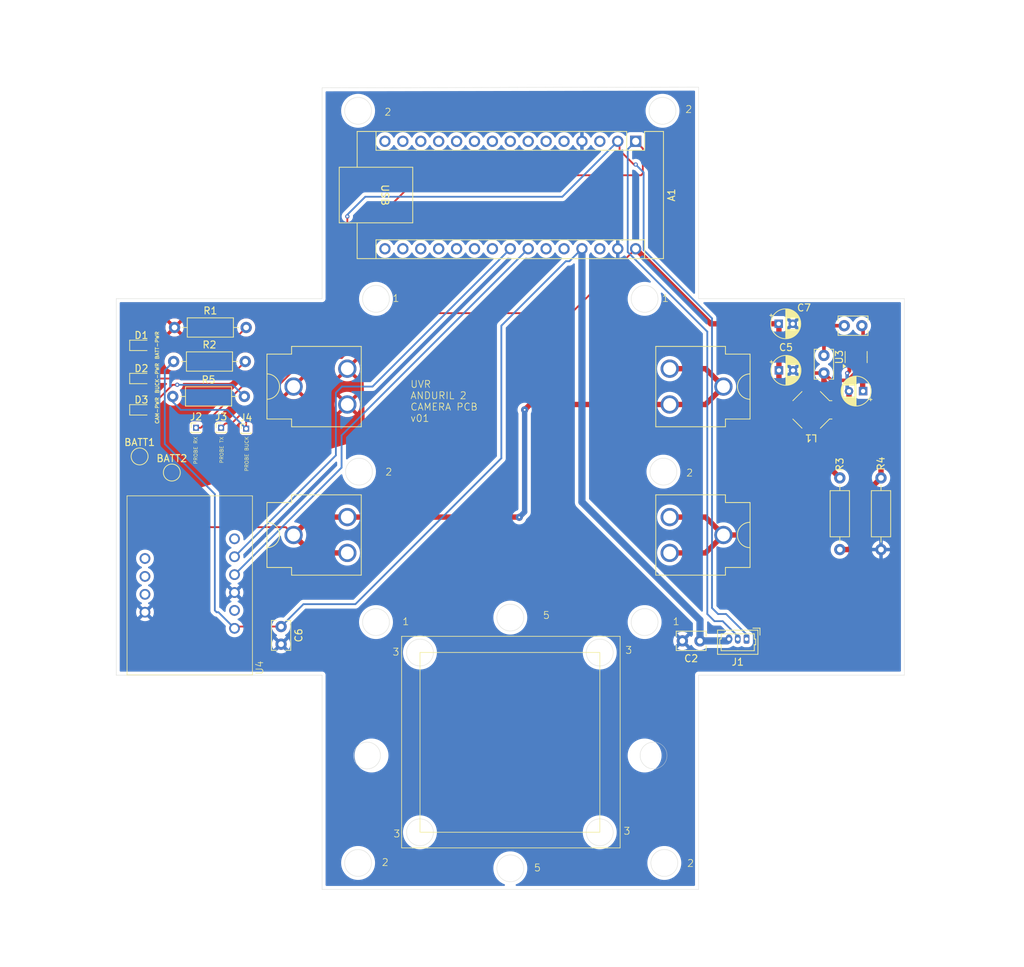
<source format=kicad_pcb>
(kicad_pcb (version 20240108) (generator "pcbnew") (generator_version "8.0")
  (layers (0 "F.Cu" signal) (31 "B.Cu" signal) (34 "B.Paste" user) (35 "F.Paste" user) (36 "B.SilkS" user "B.Silkscreen") (37 "F.SilkS" user "F.Silkscreen") (38 "B.Mask" user) (39 "F.Mask" user) (44 "Edge.Cuts" user))
  (net 0 "")
  (net 4 "GND")
  (net 8 "/A4")
  (net 14 "Net-(A1-D0{slash}RX)")
  (net 16 "/A5")
  (net 19 "Net-(A1-D1{slash}TX)")
  (net 26 "/+5V")
  (net 29 "/5V")
  (net 30 "/V-BATT+")
  (net 31 "Net-(U2--)")
  (net 32 "Net-(U3-BST)")
  (net 33 "Net-(U3-SW)")
  (net 34 "Net-(U3-FB)")
  (net 35 "Net-(U1--)")
  (net 40 "Net-(D1-K)")
  (net 41 "Net-(D1-A)")
  (net 42 "Net-(D2-K)")
  (net 43 "Net-(D2-A)")
  (net 44 "Net-(D3-K)")
  (net 45 "Net-(D3-A)")
  (footprint "Capacitor_THT:CP_Radial_D4.0mm_P2.00mm" (layer "F.Cu") (at 177.8 85.074)
    (property "Reference" "C5" (at 1 -3.25 0) (layer "F.SilkS"))
    (property "Value" "22uF")
    (pad "1" thru_hole rect (at 0 0) (size 1.2 1.2) (drill 0.6) (layers "*.Cu" "*.Mask") (net 29 "/5V"))
    (pad "2" thru_hole circle (at 2 0) (size 1.2 1.2) (drill 0.6) (layers "*.Cu" "*.Mask") (net 4 "GND"))
  )
  (footprint "LED_SMD:LED_0603_1608Metric_Pad1.05x0.95mm_HandSolder" (layer "F.Cu") (at 87.376 81.534)
    (property "Reference" "D1" (at 0 -1.43 0) (layer "F.SilkS"))
    (property "Value" "LED")
    (pad "1" smd roundrect (at -0.875 0) (size 1.05 0.95) (layers "F.Cu" "F.Paste" "F.Mask") (net 40 "Net-(D1-K)"))
    (pad "2" smd roundrect (at 0.875 0) (size 1.05 0.95) (layers "F.Cu" "F.Paste" "F.Mask") (net 41 "Net-(D1-A)"))
  )
  (footprint "CUSTOM_footprints:ADX375L" (layer "F.Cu") (at 94.234 115.57 90)
    (property "Reference" "U4" (at -11.684 9.906 90) (layer "F.SilkS") (effects (font (thickness 0.1))))
    (property "Value" "~")
    (pad "1" thru_hole circle (at -3.81 -6.35 90) (size 1.524 1.524) (drill 1.016) (layers "*.Cu" "F.Mask") (net 4 "GND"))
    (pad "2" thru_hole circle (at -1.27 -6.35 90) (size 1.524 1.524) (drill 1.016) (layers "*.Cu" "*.Mask"))
    (pad "3" thru_hole circle (at 1.27 -6.35 90) (size 1.524 1.524) (drill 1.016) (layers "*.Cu" "*.Mask"))
    (pad "4" thru_hole circle (at 3.81 -6.35 90) (size 1.524 1.524) (drill 1.016) (layers "*.Cu" "*.Mask"))
    (pad "5" thru_hole circle (at -6.096 6.35 90) (size 1.524 1.524) (drill 1.016) (layers "*.Cu" "F.Mask") (net 26 "/+5V"))
    (pad "6" thru_hole circle (at -1.016 6.35 90) (size 1.524 1.524) (drill 1.016) (layers "*.Cu" "*.Mask") (net 4 "GND"))
    (pad "7" thru_hole circle (at 1.524 6.35 90) (size 1.524 1.524) (drill 1.016) (layers "*.Cu" "*.Mask") (net 16 "/A5"))
    (pad "8" thru_hole circle (at 4.064 6.35 90) (size 1.524 1.524) (drill 1.016) (layers "*.Cu" "*.Mask") (net 8 "/A4"))
    (pad "9" thru_hole circle (at 6.604 6.35 90) (size 1.524 1.524) (drill 1.016) (layers "*.Cu" "*.Mask"))
    (pad "10" thru_hole circle (at -3.556 6.35 90) (size 1.524 1.524) (drill 1.016) (layers "*.Cu" "F.Mask"))
  )
  (footprint "LED_SMD:LED_0603_1608Metric_Pad1.05x0.95mm_HandSolder" (layer "F.Cu") (at 87.376 90.678)
    (property "Reference" "D3" (at 0 -1.43 0) (layer "F.SilkS"))
    (property "Value" "LED")
    (pad "1" smd roundrect (at -0.875 0) (size 1.05 0.95) (layers "F.Cu" "F.Paste" "F.Mask") (net 44 "Net-(D3-K)"))
    (pad "2" smd roundrect (at 0.875 0) (size 1.05 0.95) (layers "F.Cu" "F.Paste" "F.Mask") (net 45 "Net-(D3-A)"))
  )
  (footprint "Connector_PinHeader_1.00mm:PinHeader_1x01_P1.00mm_Vertical" (layer "F.Cu") (at 102.235 93.345)
    (property "Reference" "J4" (at 0 -1.56 0) (layer "F.SilkS"))
    (property "Value" "Conn_01x01_Pin")
    (pad "1" thru_hole rect (at 0 0) (size 0.85 0.85) (drill 0.5) (layers "*.Cu" "*.Mask") (net 29 "/5V"))
  )
  (footprint "Resistor_THT:R_Axial_DIN0207_L6.3mm_D2.5mm_P10.16mm_Horizontal" (layer "F.Cu") (at 91.948 83.82)
    (property "Reference" "R2" (at 5.08 -2.37 0) (layer "F.SilkS"))
    (property "Value" "10k")
    (pad "1" thru_hole circle (at 0 0) (size 1.6 1.6) (drill 0.8) (layers "*.Cu" "*.Mask") (net 26 "/+5V"))
    (pad "2" thru_hole oval (at 10.16 0) (size 1.6 1.6) (drill 0.8) (layers "*.Cu" "*.Mask") (net 43 "Net-(D2-A)"))
  )
  (footprint "Capacitor_THT:C_Rect_L4.0mm_W2.5mm_P2.50mm" (layer "F.Cu") (at 166.604 123.444 180)
    (property "Reference" "C2" (at 1.25 -2.5 180) (layer "F.SilkS"))
    (property "Value" "100nF")
    (pad "1" thru_hole circle (at 0 0 180) (size 1.6 1.6) (drill 0.8) (layers "*.Cu" "*.Mask") (net 26 "/+5V"))
    (pad "2" thru_hole circle (at 2.5 0 180) (size 1.6 1.6) (drill 0.8) (layers "*.Cu" "*.Mask") (net 4 "GND"))
  )
  (footprint "Resistor_THT:R_Axial_DIN0207_L6.3mm_D2.5mm_P10.16mm_Horizontal" (layer "F.Cu") (at 186.436 100.33 -90)
    (property "Reference" "R3" (at -1.905 0 90) (layer "F.SilkS"))
    (property "Value" "52k")
    (pad "1" thru_hole circle (at 0 0 270) (size 1.6 1.6) (drill 0.8) (layers "*.Cu" "*.Mask") (net 29 "/5V"))
    (pad "2" thru_hole oval (at 10.16 0 270) (size 1.6 1.6) (drill 0.8) (layers "*.Cu" "*.Mask") (net 34 "Net-(U3-FB)"))
  )
  (footprint "Module:Arduino_Nano" (layer "F.Cu") (at 157.48 52.588 -90)
    (property "Reference" "A1" (at 7.62 -5.08 90) (layer "F.SilkS"))
    (property "Value" "Arduino_Nano_v2.x")
    (fp_text user "USB" (at 7.62 35.56 -90) (layer "F.SilkS"))
    (pad "1" thru_hole rect (at 0 0 270) (size 1.6 1.6) (drill 1) (layers "*.Cu" "*.Mask") (net 19 "Net-(A1-D1{slash}TX)"))
    (pad "2" thru_hole oval (at 0 2.54 270) (size 1.6 1.6) (drill 1) (layers "*.Cu" "*.Mask") (net 14 "Net-(A1-D0{slash}RX)"))
    (pad "3" thru_hole oval (at 0 5.08 270) (size 1.6 1.6) (drill 1) (layers "*.Cu" "*.Mask"))
    (pad "4" thru_hole oval (at 0 7.62 270) (size 1.6 1.6) (drill 1) (layers "*.Cu" "*.Mask") (net 4 "GND"))
    (pad "5" thru_hole oval (at 0 10.16 270) (size 1.6 1.6) (drill 1) (layers "*.Cu" "*.Mask"))
    (pad "6" thru_hole oval (at 0 12.7 270) (size 1.6 1.6) (drill 1) (layers "*.Cu" "*.Mask"))
    (pad "7" thru_hole oval (at 0 15.24 270) (size 1.6 1.6) (drill 1) (layers "*.Cu" "*.Mask"))
    (pad "8" thru_hole oval (at 0 17.78 270) (size 1.6 1.6) (drill 1) (layers "*.Cu" "*.Mask"))
    (pad "9" thru_hole oval (at 0 20.32 270) (size 1.6 1.6) (drill 1) (layers "*.Cu" "*.Mask"))
    (pad "10" thru_hole oval (at 0 22.86 270) (size 1.6 1.6) (drill 1) (layers "*.Cu" "*.Mask"))
    (pad "11" thru_hole oval (at 0 25.4 270) (size 1.6 1.6) (drill 1) (layers "*.Cu" "*.Mask"))
    (pad "12" thru_hole oval (at 0 27.94 270) (size 1.6 1.6) (drill 1) (layers "*.Cu" "*.Mask"))
    (pad "13" thru_hole oval (at 0 30.48 270) (size 1.6 1.6) (drill 1) (layers "*.Cu" "*.Mask"))
    (pad "14" thru_hole oval (at 0 33.02 270) (size 1.6 1.6) (drill 1) (layers "*.Cu" "*.Mask"))
    (pad "15" thru_hole oval (at 0 35.56 270) (size 1.6 1.6) (drill 1) (layers "*.Cu" "*.Mask"))
    (pad "16" thru_hole oval (at 15.24 35.56 270) (size 1.6 1.6) (drill 1) (layers "*.Cu" "*.Mask"))
    (pad "17" thru_hole oval (at 15.24 33.02 270) (size 1.6 1.6) (drill 1) (layers "*.Cu" "*.Mask"))
    (pad "18" thru_hole oval (at 15.24 30.48 270) (size 1.6 1.6) (drill 1) (layers "*.Cu" "*.Mask"))
    (pad "19" thru_hole oval (at 15.24 27.94 270) (size 1.6 1.6) (drill 1) (layers "*.Cu" "*.Mask"))
    (pad "20" thru_hole oval (at 15.24 25.4 270) (size 1.6 1.6) (drill 1) (layers "*.Cu" "*.Mask"))
    (pad "21" thru_hole oval (at 15.24 22.86 270) (size 1.6 1.6) (drill 1) (layers "*.Cu" "*.Mask"))
    (pad "22" thru_hole oval (at 15.24 20.32 270) (size 1.6 1.6) (drill 1) (layers "*.Cu" "*.Mask"))
    (pad "23" thru_hole oval (at 15.24 17.78 270) (size 1.6 1.6) (drill 1) (layers "*.Cu" "*.Mask") (net 8 "/A4"))
    (pad "24" thru_hole oval (at 15.24 15.24 270) (size 1.6 1.6) (drill 1) (layers "*.Cu" "*.Mask") (net 16 "/A5"))
    (pad "25" thru_hole oval (at 15.24 12.7 270) (size 1.6 1.6) (drill 1) (layers "*.Cu" "*.Mask"))
    (pad "26" thru_hole oval (at 15.24 10.16 270) (size 1.6 1.6) (drill 1) (layers "*.Cu" "*.Mask"))
    (pad "27" thru_hole oval (at 15.24 7.62 270) (size 1.6 1.6) (drill 1) (layers "*.Cu" "*.Mask") (net 26 "/+5V"))
    (pad "28" thru_hole oval (at 15.24 5.08 270) (size 1.6 1.6) (drill 1) (layers "*.Cu" "*.Mask"))
    (pad "29" thru_hole oval (at 15.24 2.54 270) (size 1.6 1.6) (drill 1) (layers "*.Cu" "*.Mask") (net 4 "GND"))
    (pad "30" thru_hole oval (at 15.24 0 270) (size 1.6 1.6) (drill 1) (layers "*.Cu" "*.Mask") (net 29 "/5V"))
  )
  (footprint "Connector_Molex:Molex_PicoBlade_53047-0310_1x03_P1.25mm_Vertical" (layer "F.Cu") (at 173.208 123.19 180)
    (property "Reference" "J1" (at 1.25 -3.25 180) (layer "F.SilkS"))
    (property "Value" "Conn_01x03_Pin")
    (pad "1" thru_hole roundrect (at 0 0 180) (size 0.8 1.3) (drill 0.5) (layers "*.Cu" "*.Mask") (net 14 "Net-(A1-D0{slash}RX)"))
    (pad "2" thru_hole oval (at 1.25 0 180) (size 0.8 1.3) (drill 0.5) (layers "*.Cu" "*.Mask") (net 19 "Net-(A1-D1{slash}TX)"))
    (pad "3" thru_hole oval (at 2.5 0 180) (size 0.8 1.3) (drill 0.5) (layers "*.Cu" "*.Mask") (net 26 "/+5V"))
  )
  (footprint "Resistor_THT:R_Axial_DIN0207_L6.3mm_D2.5mm_P10.16mm_Horizontal" (layer "F.Cu") (at 192.278 100.33 -90)
    (property "Reference" "R4" (at -2.032 0 90) (layer "F.SilkS"))
    (property "Value" "10k")
    (pad "1" thru_hole circle (at 0 0 270) (size 1.6 1.6) (drill 0.8) (layers "*.Cu" "*.Mask") (net 34 "Net-(U3-FB)"))
    (pad "2" thru_hole oval (at 10.16 0 270) (size 1.6 1.6) (drill 0.8) (layers "*.Cu" "*.Mask") (net 4 "GND"))
  )
  (footprint "TestPoint:TestPoint_Pad_D2.0mm" (layer "F.Cu") (at 87.122 97.282)
    (property "Reference" "BATT1" (at 0 -1.998 0) (layer "F.SilkS"))
    (property "Value" "TestPoint" (hide yes))
    (pad "1" smd circle (at 0 0) (size 2 2) (layers "F.Cu" "F.Mask") (net 35 "Net-(U1--)"))
  )
  (footprint "Resistor_THT:R_Axial_DIN0207_L6.3mm_D2.5mm_P10.16mm_Horizontal" (layer "F.Cu") (at 92.075 78.994)
    (property "Reference" "R1" (at 5.08 -2.37 0) (layer "F.SilkS"))
    (property "Value" "10k")
    (pad "1" thru_hole circle (at 0 0) (size 1.6 1.6) (drill 0.8) (layers "*.Cu" "*.Mask") (net 30 "/V-BATT+"))
    (pad "2" thru_hole oval (at 10.16 0) (size 1.6 1.6) (drill 0.8) (layers "*.Cu" "*.Mask") (net 41 "Net-(D1-A)"))
  )
  (footprint "Resistor_THT:R_Axial_DIN0207_L6.3mm_D2.5mm_P10.16mm_Horizontal" (layer "F.Cu") (at 91.821 88.773)
    (property "Reference" "R5" (at 5.08 -2.37 0) (layer "F.SilkS"))
    (property "Value" "10k")
    (pad "1" thru_hole circle (at 0 0) (size 1.6 1.6) (drill 0.8) (layers "*.Cu" "*.Mask") (net 29 "/5V"))
    (pad "2" thru_hole oval (at 10.16 0) (size 1.6 1.6) (drill 0.8) (layers "*.Cu" "*.Mask") (net 45 "Net-(D3-A)"))
  )
  (footprint "Inductor_SMD:L_Bourns_SRU5016_5.2x5.2mm" (layer "F.Cu") (at 182.372 90.678 180)
    (property "Reference" "L1" (at 0 -4 180) (layer "F.SilkS"))
    (property "Value" "4.7uH" (hide yes))
    (pad "1" smd roundrect (at -2.4 0 180) (size 1.1 2) (layers "F.Cu" "F.Paste" "F.Mask") (net 33 "Net-(U3-SW)"))
    (pad "2" smd roundrect (at 2.4 0 180) (size 1.1 2) (layers "F.Cu" "F.Paste" "F.Mask") (net 29 "/5V"))
    (pad "MP" smd roundrect (at 0 -2.4 90) (size 1.1 2) (layers "F.Cu" "F.Paste" "F.Mask"))
    (pad "MP" smd roundrect (at 0 2.4 270) (size 1.1 2) (layers "F.Cu" "F.Paste" "F.Mask"))
  )
  (footprint "CUSTOM_footprints:BatteryClip_Keystone_54_D16-19mm" (layer "F.Cu") (at 106.93 108.426)
    (property "Reference" "U2" (hide yes))
    (property "Value" "3.4v")
    (pad "1" thru_hole circle (at 2.032 0 180) (size 2.5908 2.5908) (drill 1.8288) (layers "*.Cu" "*.Mask") (net 35 "Net-(U1--)"))
    (pad "1" thru_hole circle (at 9.652 -2.54 180) (size 2.5908 2.5908) (drill 1.8288) (layers "*.Cu" "*.Mask") (net 35 "Net-(U1--)"))
    (pad "1" thru_hole circle (at 9.652 2.54 180) (size 2.5908 2.5908) (drill 1.8288) (layers "*.Cu" "*.Mask") (net 35 "Net-(U1--)"))
    (pad "2" thru_hole circle (at 55.38 -2.54) (size 2.5908 2.5908) (drill 1.8288) (layers "*.Cu" "*.Mask") (net 31 "Net-(U2--)"))
    (pad "2" thru_hole circle (at 55.38 2.54) (size 2.5908 2.5908) (drill 1.8288) (layers "*.Cu" "*.Mask") (net 31 "Net-(U2--)"))
    (pad "2" thru_hole circle (at 63 0) (size 2.5908 2.5908) (drill 1.8288) (layers "*.Cu" "*.Mask") (net 31 "Net-(U2--)"))
  )
  (footprint "Connector_PinHeader_1.00mm:PinHeader_1x01_P1.00mm_Vertical" (layer "F.Cu") (at 95.123 93.218)
    (property "Reference" "J2" (at 0 -1.56 0) (layer "F.SilkS"))
    (property "Value" "Conn_01x01_Pin")
    (pad "1" thru_hole rect (at 0 0) (size 0.85 0.85) (drill 0.5) (layers "*.Cu" "*.Mask") (net 14 "Net-(A1-D0{slash}RX)"))
  )
  (footprint "LED_SMD:LED_0603_1608Metric_Pad1.05x0.95mm_HandSolder" (layer "F.Cu") (at 87.376 86.233)
    (property "Reference" "D2" (at 0 -1.43 0) (layer "F.SilkS"))
    (property "Value" "LED")
    (pad "1" smd roundrect (at -0.875 0) (size 1.05 0.95) (layers "F.Cu" "F.Paste" "F.Mask") (net 42 "Net-(D2-K)"))
    (pad "2" smd roundrect (at 0.875 0) (size 1.05 0.95) (layers "F.Cu" "F.Paste" "F.Mask") (net 43 "Net-(D2-A)"))
  )
  (footprint "Capacitor_THT:C_Rect_L4.0mm_W2.5mm_P2.50mm" (layer "F.Cu") (at 187.062 78.74)
    (property "Reference" "C4" (hide yes))
    (property "Value" "20pF" (hide yes))
    (pad "1" thru_hole circle (at 0 0) (size 1.6 1.6) (drill 0.8) (layers "*.Cu" "*.Mask") (net 33 "Net-(U3-SW)"))
    (pad "2" thru_hole circle (at 2.5 0) (size 1.6 1.6) (drill 0.8) (layers "*.Cu" "*.Mask") (net 34 "Net-(U3-FB)"))
  )
  (footprint "Capacitor_THT:CP_Radial_D4.0mm_P2.00mm" (layer "F.Cu") (at 177.768 78.47)
    (property "Reference" "C7" (at 3.588 -2.27 0) (layer "F.SilkS"))
    (property "Value" "22uF")
    (pad "1" thru_hole rect (at 0 0) (size 1.2 1.2) (drill 0.6) (layers "*.Cu" "*.Mask") (net 29 "/5V"))
    (pad "2" thru_hole circle (at 2 0) (size 1.2 1.2) (drill 0.6) (layers "*.Cu" "*.Mask") (net 4 "GND"))
  )
  (footprint "Capacitor_THT:C_Rect_L4.0mm_W2.5mm_P2.50mm" (layer "F.Cu") (at 107.188 121.412 -90)
    (property "Reference" "C6" (at 1.25 -2.5 -90) (layer "F.SilkS"))
    (property "Value" "100nF")
    (pad "1" thru_hole circle (at 0 0 270) (size 1.6 1.6) (drill 0.8) (layers "*.Cu" "*.Mask") (net 26 "/+5V"))
    (pad "2" thru_hole circle (at 2.5 0 270) (size 1.6 1.6) (drill 0.8) (layers "*.Cu" "*.Mask") (net 4 "GND"))
  )
  (footprint "Capacitor_THT:CP_Radial_D4.0mm_P2.00mm" (layer "F.Cu") (at 189.738 88.0165 180)
    (property "Reference" "C1" (hide yes))
    (property "Value" "10uF")
    (pad "1" thru_hole rect (at 0 0 180) (size 1.2 1.2) (drill 0.6) (layers "*.Cu" "*.Mask") (net 30 "/V-BATT+"))
    (pad "2" thru_hole circle (at 2 0 180) (size 1.2 1.2) (drill 0.6) (layers "*.Cu" "*.Mask") (net 31 "Net-(U2--)"))
  )
  (footprint "Capacitor_THT:C_Rect_L4.0mm_W2.5mm_P2.50mm" (layer "F.Cu") (at 184.182 85.4565 90)
    (property "Reference" "C3" (hide yes))
    (property "Value" "200nF" (hide yes))
    (pad "1" thru_hole circle (at 0 0 90) (size 1.6 1.6) (drill 0.8) (layers "*.Cu" "*.Mask") (net 33 "Net-(U3-SW)"))
    (pad "2" thru_hole circle (at 2.5 0 90) (size 1.6 1.6) (drill 0.8) (layers "*.Cu" "*.Mask") (net 32 "Net-(U3-BST)"))
  )
  (footprint "CUSTOM_footprints:BatteryClip_Keystone_54_D16-19mm" (layer "F.Cu") (at 106.93 87.376)
    (property "Reference" "U1" (hide yes))
    (property "Value" "3.4v")
    (pad "1" thru_hole circle (at 2.032 0 180) (size 2.5908 2.5908) (drill 1.8288) (layers "*.Cu" "*.Mask") (net 30 "/V-BATT+"))
    (pad "1" thru_hole circle (at 9.652 -2.54 180) (size 2.5908 2.5908) (drill 1.8288) (layers "*.Cu" "*.Mask") (net 30 "/V-BATT+"))
    (pad "1" thru_hole circle (at 9.652 2.54 180) (size 2.5908 2.5908) (drill 1.8288) (layers "*.Cu" "*.Mask") (net 30 "/V-BATT+"))
    (pad "2" thru_hole circle (at 55.38 -2.54) (size 2.5908 2.5908) (drill 1.8288) (layers "*.Cu" "*.Mask") (net 35 "Net-(U1--)"))
    (pad "2" thru_hole circle (at 55.38 2.54) (size 2.5908 2.5908) (drill 1.8288) (layers "*.Cu" "*.Mask") (net 35 "Net-(U1--)"))
    (pad "2" thru_hole circle (at 63 0) (size 2.5908 2.5908) (drill 1.8288) (layers "*.Cu" "*.Mask") (net 35 "Net-(U1--)"))
  )
  (footprint "Package_TO_SOT_SMD:TSOT-23-6" (layer "F.Cu") (at 188.754 83.1905 90)
    (property "Reference" "U3" (at 0 -2.4 -90) (layer "F.SilkS"))
    (property "Value" "AP62200WU")
    (pad "1" smd roundrect (at -1.1375 -0.95 90) (size 1.325 0.6) (layers "F.Cu" "F.Paste" "F.Mask") (net 31 "Net-(U2--)"))
    (pad "2" smd roundrect (at -1.1375 0 90) (size 1.325 0.6) (layers "F.Cu" "F.Paste" "F.Mask") (net 33 "Net-(U3-SW)"))
    (pad "3" smd roundrect (at -1.1375 0.95 90) (size 1.325 0.6) (layers "F.Cu" "F.Paste" "F.Mask") (net 30 "/V-BATT+"))
    (pad "4" smd roundrect (at 1.1375 0.95 90) (size 1.325 0.6) (layers "F.Cu" "F.Paste" "F.Mask") (net 34 "Net-(U3-FB)"))
    (pad "5" smd roundrect (at 1.1375 0 90) (size 1.325 0.6) (layers "F.Cu" "F.Paste" "F.Mask"))
    (pad "6" smd roundrect (at 1.1375 -0.95 90) (size 1.325 0.6) (layers "F.Cu" "F.Paste" "F.Mask") (net 32 "Net-(U3-BST)"))
  )
  (footprint "TestPoint:TestPoint_Pad_D2.0mm" (layer "F.Cu") (at 91.694 99.568)
    (property "Reference" "BATT2" (at 0 -1.998 0) (layer "F.SilkS"))
    (property "Value" "TestPoint" (hide yes))
    (pad "1" smd circle (at 0 0) (size 2 2) (layers "F.Cu" "F.Mask") (net 30 "/V-BATT+"))
  )
  (footprint "Connector_PinHeader_1.00mm:PinHeader_1x01_P1.00mm_Vertical" (layer "F.Cu") (at 98.679 93.218)
    (property "Reference" "J3" (at 0 -1.56 0) (layer "F.SilkS"))
    (property "Value" "Conn_01x01_Pin")
    (pad "1" thru_hole rect (at 0 0) (size 0.85 0.85) (drill 0.5) (layers "*.Cu" "*.Mask") (net 19 "Net-(A1-D1{slash}TX)"))
  )
  (gr_line (start 124.283914 122.797435) (end 155.283914 122.797435) (stroke (width 0.1)) (layer "F.SilkS"))
  (gr_rect (start 126.893514 125.083435) (end 152.395114 150.585035) (stroke (width 0.1)) (fill none) (layer "F.SilkS"))
  (gr_line (start 155.283914 152.797435) (end 124.283914 152.797435) (stroke (width 0.1)) (layer "F.SilkS"))
  (gr_line (start 155.283914 122.797435) (end 155.283914 152.797435) (stroke (width 0.1)) (layer "F.SilkS"))
  (gr_line (start 124.283914 152.797435) (end 124.283914 122.797435) (stroke (width 0.1)) (layer "F.SilkS"))
  (gr_circle (center 118.11 48.26) (end 120.015 48.26) (stroke (width 0.05)) (fill none) (layer "Edge.Cuts"))
  (gr_line (start 113 158.7) (end 166.4 158.7) (stroke (width 0.05)) (layer "Edge.Cuts"))
  (gr_line (start 83.8 74.9) (end 83.8 128.3) (stroke (width 0.05)) (layer "Edge.Cuts"))
  (gr_line (start 166.4 158.7) (end 166.4 128.3) (stroke (width 0.05)) (layer "Edge.Cuts"))
  (gr_circle (center 152.383914 150.597435) (end 154.288914 150.597435) (stroke (width 0.05)) (fill none) (layer "Edge.Cuts"))
  (gr_circle (center 160.02 139.7) (end 161.925 139.7) (stroke (width 0.05)) (fill none) (layer "Edge.Cuts"))
  (gr_line (start 195.6 128.3) (end 195.6 74.9) (stroke (width 0.05)) (layer "Edge.Cuts"))
  (gr_circle (center 139.7 120.142) (end 141.605 120.142) (stroke (width 0.05)) (fill none) (layer "Edge.Cuts"))
  (gr_circle (center 120.65 74.93) (end 122.555 74.93) (stroke (width 0.05)) (fill none) (layer "Edge.Cuts"))
  (gr_circle (center 120.65 120.777) (end 122.555 120.777) (stroke (width 0.05)) (fill none) (layer "Edge.Cuts"))
  (gr_line (start 83.8 128.3) (end 113 128.3) (stroke (width 0.05)) (layer "Edge.Cuts"))
  (gr_circle (center 126.883914 150.597435) (end 128.788914 150.597435) (stroke (width 0.05)) (fill none) (layer "Edge.Cuts"))
  (gr_circle (center 158.75 120.777) (end 160.655 120.777) (stroke (width 0.05)) (fill none) (layer "Edge.Cuts"))
  (gr_circle (center 158.75 74.93) (end 160.655 74.93) (stroke (width 0.05)) (fill none) (layer "Edge.Cuts"))
  (gr_circle (center 139.7 155.702) (end 141.605 155.702) (stroke (width 0.05)) (fill none) (layer "Edge.Cuts"))
  (gr_line (start 113 128.3) (end 113 158.7) (stroke (width 0.05)) (layer "Edge.Cuts"))
  (gr_line (start 166.4 74.9) (end 166.4 44.9) (stroke (width 0.05)) (layer "Edge.Cuts"))
  (gr_circle (center 119.38 139.7) (end 121.285 139.7) (stroke (width 0.05)) (fill none) (layer "Edge.Cuts"))
  (gr_circle (center 126.883914 125.097435) (end 128.788914 125.097435) (stroke (width 0.05)) (fill none) (layer "Edge.Cuts"))
  (gr_circle (center 118.11 154.94) (end 120.015 154.94) (stroke (width 0.05)) (fill none) (layer "Edge.Cuts"))
  (gr_line (start 166.4 128.3) (end 195.6 128.3) (stroke (width 0.05)) (layer "Edge.Cuts"))
  (gr_circle (center 118.237 99.441) (end 120.142 99.441) (stroke (width 0.05)) (fill none) (layer "Edge.Cuts"))
  (gr_circle (center 161.544 154.94) (end 163.449 154.94) (stroke (width 0.05)) (fill none) (layer "Edge.Cuts"))
  (gr_circle (center 152.383914 125.097435) (end 154.288914 125.097435) (stroke (width 0.05)) (fill none) (layer "Edge.Cuts"))
  (gr_circle (center 161.417 99.441) (end 163.322 99.441) (stroke (width 0.05)) (fill none) (layer "Edge.Cuts"))
  (gr_line (start 166.4 44.9) (end 113 45) (stroke (width 0.05)) (layer "Edge.Cuts"))
  (gr_line (start 195.6 74.9) (end 166.4 74.9) (stroke (width 0.05)) (layer "Edge.Cuts"))
  (gr_line (start 113 74.9) (end 83.8 74.9) (stroke (width 0.05)) (layer "Edge.Cuts"))
  (gr_circle (center 161.29 48.26) (end 163.195 48.26) (stroke (width 0.05)) (fill none) (layer "Edge.Cuts"))
  (gr_line (start 113 45) (end 113 74.9) (stroke (width 0.05)) (layer "Edge.Cuts"))
  (gr_text "3" (at 155.956 125.349 0) (layer "F.SilkS") (effects (font (size 1 1) (thickness 0.1)) (justify left bottom)))
  (gr_text "1" (at 161.163 75.438 0) (layer "F.SilkS") (effects (font (size 1 1) (thickness 0.1)) (justify left bottom)))
  (gr_text "3" (at 122.936 125.603 0) (layer "F.SilkS") (effects (font (size 1 1) (thickness 0.1)) (justify left bottom)))
  (gr_text "2" (at 164.465 48.641 0) (layer "F.SilkS") (effects (font (size 1 1) (thickness 0.1)) (justify left bottom)))
  (gr_text "2" (at 121.793 49.022 0) (layer "F.SilkS") (effects (font (size 1 1) (thickness 0.1)) (justify left bottom)))
  (gr_text "5" (at 144.272 120.396 0) (layer "F.SilkS") (effects (font (size 1 1) (thickness 0.1)) (justify left bottom)))
  (gr_text "2" (at 121.92 100.076 0) (layer "F.SilkS") (effects (font (size 1 1) (thickness 0.1)) (justify left bottom)))
  (gr_text "5" (at 143.002 156.21 0) (layer "F.SilkS") (effects (font (size 1 1) (thickness 0.1)) (justify left bottom)))
  (gr_text "UVR\nANDURIL 2\nCAMERA PCB\nv01" (at 125.476 92.456 0) (layer "F.SilkS") (effects (font (size 1 1) (thickness 0.1)) (justify left bottom)))
  (gr_text "PROBE RX" (at 95.377 98.425 90) (layer "F.SilkS") (effects (font (size 0.508 0.508) (thickness 0.0635)) (justify left bottom)))
  (gr_text "PROBE BUCK" (at 102.616 99.441 90) (layer "F.SilkS") (effects (font (size 0.508 0.508) (thickness 0.0635)) (justify left bottom)))
  (gr_text "CAM-PWR" (at 89.916 92.71 90) (layer "F.SilkS") (effects (font (size 0.508 0.508) (thickness 0.1)) (justify left bottom)))
  (gr_text "2" (at 164.719 155.575 0) (layer "F.SilkS") (effects (font (size 1 1) (thickness 0.1)) (justify left bottom)))
  (gr_text "1" (at 122.936 75.438 0) (layer "F.SilkS") (effects (font (size 1 1) (thickness 0.1)) (justify left bottom)))
  (gr_text "2" (at 164.592 100.203 0) (layer "F.SilkS") (effects (font (size 1 1) (thickness 0.1)) (justify left bottom)))
  (gr_text "1" (at 124.333 121.285 0) (layer "F.SilkS") (effects (font (size 1 1) (thickness 0.1)) (justify left bottom)))
  (gr_text "3" (at 155.702 151.003 0) (layer "F.SilkS") (effects (font (size 1 1) (thickness 0.1)) (justify left bottom)))
  (gr_text "1" (at 162.687 121.285 0) (layer "F.SilkS") (effects (font (size 1 1) (thickness 0.1)) (justify left bottom)))
  (gr_text "BUCK-PWR" (at 89.916 88.392 90) (layer "F.SilkS") (effects (font (size 0.508 0.508) (thickness 0.1)) (justify left bottom)))
  (gr_text "3" (at 123.063 151.384 0) (layer "F.SilkS") (effects (font (size 1 1) (thickness 0.1)) (justify left bottom)))
  (gr_text "2" (at 121.412 155.448 0) (layer "F.SilkS") (effects (font (size 1 1) (thickness 0.1)) (justify left bottom)))
  (gr_text "BATT-PWR" (at 89.916 83.566 90) (layer "F.SilkS") (effects (font (size 0.508 0.508) (thickness 0.1) (bold yes)) (justify left bottom)))
  (gr_text "PROBE TX" (at 99.06 98.298 90) (layer "F.SilkS") (effects (font (size 0.508 0.508) (thickness 0.0635)) (justify left bottom)))
  (segment (start 100.584 111.506) (end 114.9596 97.1304) (width 0.254) (layer "B.Cu") (net 8))
  (segment (start 120.152 87.376) (end 139.7 67.828) (width 0.254) (layer "B.Cu") (net 8))
  (segment (start 114.9596 88.2404) (end 115.824 87.376) (width 0.254) (layer "B.Cu") (net 8))
  (segment (start 114.9596 97.1304) (end 114.9596 88.2404) (width 0.254) (layer "B.Cu") (net 8))
  (segment (start 115.824 87.376) (end 120.152 87.376) (width 0.254) (layer "B.Cu") (net 8))
  (segment (start 95.802 93.218) (end 116.586 72.434) (width 0.254) (layer "F.Cu") (net 14))
  (segment (start 157.226 55.88) (end 157.48 55.88) (width 0.254) (layer "F.Cu") (net 14))
  (segment (start 116.586 72.434) (end 116.586 63.246) (width 0.254) (layer "F.Cu") (net 14))
  (segment (start 155.194 53.848) (end 155.194 52.842) (width 0.254) (layer "F.Cu") (net 14))
  (segment (start 95.123 93.218) (end 95.802 93.218) (width 0.254) (layer "F.Cu") (net 14))
  (segment (start 155.194 53.848) (end 157.226 55.88) (width 0.254) (layer "F.Cu") (net 14))
  (segment (start 155.194 52.842) (end 154.94 52.588) (width 0.254) (layer "F.Cu") (net 14))
  (via (at 157.48 55.88) (size 0.6) (drill 0.3) (layers "F.Cu" "B.Cu") (net 14))
  (via (at 116.586 63.246) (size 0.6) (drill 0.3) (layers "F.Cu" "B.Cu") (net 14))
  (segment (start 147.076 60.452) (end 154.94 52.588) (width 0.254) (layer "B.Cu") (net 14))
  (segment (start 116.586 62.992) (end 119.126 60.452) (width 0.254) (layer "B.Cu") (net 14))
  (segment (start 170.302 119.634) (end 169.164 119.634) (width 0.254) (layer "B.Cu") (net 14))
  (segment (start 173.208 122.54) (end 170.302 119.634) (width 0.254) (layer "B.Cu") (net 14))
  (segment (start 168.3076 77.694312) (end 158.607 67.993712) (width 0.254) (layer "B.Cu") (net 14))
  (segment (start 116.586 63.246) (end 116.586 62.992) (width 0.254) (layer "B.Cu") (net 14))
  (segment (start 158.607 67.993712) (end 158.607 57.007) (width 0.254) (layer "B.Cu") (net 14))
  (segment (start 173.208 123.19) (end 173.208 122.54) (width 0.254) (layer "B.Cu") (net 14))
  (segment (start 119.126 60.452) (end 147.076 60.452) (width 0.254) (layer "B.Cu") (net 14))
  (segment (start 169.164 119.634) (end 168.3076 118.7776) (width 0.254) (layer "B.Cu") (net 14))
  (segment (start 158.607 57.007) (end 157.48 55.88) (width 0.254) (layer "B.Cu") (net 14))
  (segment (start 168.3076 118.7776) (end 168.3076 77.694312) (width 0.254) (layer "B.Cu") (net 14))
  (segment (start 115.769799 98.860201) (end 115.769799 94.298201) (width 0.254) (layer "B.Cu") (net 16))
  (segment (start 115.769799 94.298201) (end 142.24 67.828) (width 0.254) (layer "B.Cu") (net 16))
  (segment (start 100.584 114.046) (end 115.769799 98.860201) (width 0.254) (layer "B.Cu") (net 16))
  (segment (start 118.364 65.786) (end 119.634 64.516) (width 0.254) (layer "F.Cu") (net 19))
  (segment (start 99.304 92.593) (end 100.193 92.593) (width 0.254) (layer "F.Cu") (net 19))
  (segment (start 100.193 92.593) (end 109.22 83.566) (width 0.254) (layer "F.Cu") (net 19))
  (segment (start 127 57.404) (end 158.242 57.404) (width 0.254) (layer "F.Cu") (net 19))
  (segment (start 158.496 57.15) (end 158.496 53.604) (width 0.254) (layer "F.Cu") (net 19))
  (segment (start 118.364 73.824697) (end 118.364 65.786) (width 0.254) (layer "F.Cu") (net 19))
  (segment (start 109.22 82.968697) (end 118.364 73.824697) (width 0.254) (layer "F.Cu") (net 19))
  (segment (start 158.242 57.404) (end 158.496 57.15) (width 0.254) (layer "F.Cu") (net 19))
  (segment (start 119.634 64.516) (end 119.888 64.516) (width 0.254) (layer "F.Cu") (net 19))
  (segment (start 109.22 83.566) (end 109.22 82.968697) (width 0.254) (layer "F.Cu") (net 19))
  (segment (start 158.496 53.604) (end 157.48 52.588) (width 0.254) (layer "F.Cu") (net 19))
  (segment (start 119.888 64.516) (end 127 57.404) (width 0.254) (layer "F.Cu") (net 19))
  (segment (start 98.679 93.218) (end 99.304 92.593) (width 0.254) (layer "F.Cu") (net 19))
  (segment (start 167.64 79.581819) (end 167.64 119.634) (width 0.254) (layer "B.Cu") (net 19))
  (segment (start 169.822 120.65) (end 171.958 122.786) (width 0.254) (layer "B.Cu") (net 19))
  (segment (start 157.48 52.588) (end 156.353 53.715) (width 0.254) (layer "B.Cu") (net 19))
  (segment (start 156.353 68.294819) (end 167.64 79.581819) (width 0.254) (layer "B.Cu") (net 19))
  (segment (start 167.64 119.634) (end 168.656 120.65) (width 0.254) (layer "B.Cu") (net 19))
  (segment (start 171.958 122.786) (end 171.958 123.19) (width 0.254) (layer "B.Cu") (net 19))
  (segment (start 168.656 120.65) (end 169.822 120.65) (width 0.254) (layer "B.Cu") (net 19))
  (segment (start 156.353 53.715) (end 156.353 68.294819) (width 0.254) (layer "B.Cu") (net 19))
  (segment (start 100.838 121.412) (end 100.584 121.666) (width 0.254) (layer "F.Cu") (net 26))
  (segment (start 107.188 121.412) (end 100.838 121.412) (width 0.254) (layer "F.Cu") (net 26))
  (segment (start 117.728542 118.237458) (end 138.43 97.536) (width 0.254) (layer "B.Cu") (net 26))
  (segment (start 107.188 121.412) (end 110.362542 118.237458) (width 0.254) (layer "B.Cu") (net 26))
  (segment (start 98.298 119.38) (end 100.584 121.666) (width 0.254) (layer "B.Cu") (net 26))
  (segment (start 97.79 102.616) (end 97.79 119.126) (width 0.254) (layer "B.Cu") (net 26))
  (segment (start 147.574 69.596) (end 148.092 69.596) (width 0.254) (layer "B.Cu") (net 26))
  (segment (start 148.092 69.596) (end 149.86 67.828) (width 0.254) (layer "B.Cu") (net 26))
  (segment (start 149.86 67.828) (end 149.86 103.758) (width 1.016) (layer "B.Cu") (net 26))
  (segment (start 138.43 78.74) (end 147.574 69.596) (width 0.254) (layer "B.Cu") (net 26))
  (segment (start 90.694 95.52) (end 97.79 102.616) (width 0.254) (layer "B.Cu") (net 26))
  (segment (start 138.43 97.536) (end 138.43 78.74) (width 0.254) (layer "B.Cu") (net 26))
  (segment (start 91.948 83.82) (end 90.694 85.074) (width 0.254) (layer "B.Cu") (net 26))
  (segment (start 90.694 85.074) (end 90.694 95.52) (width 0.254) (layer "B.Cu") (net 26))
  (segment (start 166.604 120.502) (end 166.604 123.444) (width 1.016) (layer "B.Cu") (net 26))
  (segment (start 110.362542 118.237458) (end 117.728542 118.237458) (width 0.254) (layer "B.Cu") (net 26))
  (segment (start 97.79 119.126) (end 98.044 119.38) (width 0.254) (layer "B.Cu") (net 26))
  (segment (start 170.454 123.444) (end 170.708 123.19) (width 1.016) (layer "B.Cu") (net 26))
  (segment (start 166.604 123.444) (end 170.454 123.444) (width 1.016) (layer "B.Cu") (net 26))
  (segment (start 149.86 103.758) (end 166.604 120.502) (width 1.016) (layer "B.Cu") (net 26))
  (segment (start 98.044 119.38) (end 98.298 119.38) (width 0.254) (layer "B.Cu") (net 26))
  (segment (start 186.436 100.33) (end 179.832 93.726) (width 0.762) (layer "F.Cu") (net 29))
  (segment (start 179.972 90.678) (end 177.8 88.506) (width 0.762) (layer "F.Cu") (net 29))
  (segment (start 122.161579 76.962) (end 148.346 76.962) (width 0.254) (layer "F.Cu") (net 29))
  (segment (start 102.235 93.345) (end 102.235 91.808579) (width 0.254) (layer "F.Cu") (net 29))
  (segment (start 177.8 88.506) (end 177.8 85.074) (width 0.762) (layer "F.Cu") (net 29))
  (segment (start 179.832 90.818) (end 179.972 90.678) (width 0.762) (layer "F.Cu") (net 29))
  (segment (start 102.235 91.808579) (end 110.731579 83.312) (width 0.254) (layer "F.Cu") (net 29))
  (segment (start 168.122 78.47) (end 177.768 78.47) (width 0.762) (layer "F.Cu") (net 29))
  (segment (start 148.346 76.962) (end 157.48 67.828) (width 0.254) (layer "F.Cu") (net 29))
  (segment (start 110.731579 83.312) (end 115.811579 83.312) (width 0.254) (layer "F.Cu") (net 29))
  (segment (start 115.811579 83.312) (end 122.161579 76.962) (width 0.254) (layer "F.Cu") (net 29))
  (segment (start 177.8 85.074) (end 177.8 78.502) (width 0.762) (layer "F.Cu") (net 29))
  (segment (start 177.8 78.502) (end 177.768 78.47) (width 0.762) (layer "F.Cu") (net 29))
  (segment (start 179.832 93.726) (end 179.832 90.818) (width 0.762) (layer "F.Cu") (net 29))
  (segment (start 157.48 67.828) (end 168.122 78.47) (width 0.762) (layer "F.Cu") (net 29))
  (segment (start 91.821 89.535) (end 91.821 88.773) (width 0.254) (layer "B.Cu") (net 29))
  (segment (start 92.964 90.678) (end 91.821 89.535) (width 0.254) (layer "B.Cu") (net 29))
  (segment (start 102.235 93.345) (end 99.568 90.678) (width 0.254) (layer "B.Cu") (net 29))
  (segment (start 99.568 90.678) (end 92.964 90.678) (width 0.254) (layer "B.Cu") (net 29))
  (segment (start 189.672 88.149) (end 189.672 86.403) (width 0.762) (layer "F.Cu") (net 30))
  (segment (start 189.704 84.328) (end 189.704 85.609) (width 0.508) (layer "F.Cu") (net 30))
  (segment (start 189.672 85.641) (end 189.704 85.609) (width 0.762) (layer "F.Cu") (net 30))
  (segment (start 189.672 86.403) (end 189.672 85.641) (width 0.762) (layer "F.Cu") (net 30))
  (segment (start 189.23 90.678) (end 187.738 89.186) (width 0.762) (layer "F.Cu") (net 31))
  (segment (start 187.804 84.328) (end 187.804 85.1565) (width 0.508) (layer "F.Cu") (net 31))
  (segment (start 162.31 110.966) (end 167.39 110.966) (width 0.762) (layer "F.Cu") (net 31))
  (segment (start 187.804 85.1565) (end 187.484 85.4765) (width 0.508) (layer "F.Cu") (net 31))
  (segment (start 167.39 105.886) (end 169.93 108.426) (width 0.762) (layer "F.Cu") (net 31))
  (segment (start 181.642 108.426) (end 189.23 100.838) (width 0.762) (layer "F.Cu") (net 31))
  (segment (start 162.02 105.886) (end 161.988 105.918) (width 0.762) (layer "F.Cu") (net 31))
  (segment (start 187.738 89.186) (end 187.738 88.0165) (width 0.762) (layer "F.Cu") (net 31))
  (segment (start 187.484 85.4765) (end 187.738 85.2225) (width 0.508) (layer "F.Cu") (net 31))
  (segment (start 169.93 108.426) (end 181.642 108.426) (width 0.762) (layer "F.Cu") (net 31))
  (segment (start 167.39 110.966) (end 169.93 108.426) (width 0.762) (layer "F.Cu") (net 31))
  (segment (start 189.23 100.838) (end 189.23 90.678) (width 0.762) (layer "F.Cu") (net 31))
  (segment (start 162.31 105.886) (end 162.02 105.886) (width 0.762) (layer "F.Cu") (net 31))
  (segment (start 162.31 105.886) (end 167.39 105.886) (width 0.762) (layer "F.Cu") (net 31))
  (via (at 187.484 85.4765) (size 0.6) (drill 0.3) (layers "F.Cu" "B.Cu") (net 31))
  (segment (start 187.484 87.7625) (end 187.738 88.0165) (width 0.508) (layer "B.Cu") (net 31))
  (segment (start 187.484 85.4765) (end 187.484 87.7625) (width 0.508) (layer "B.Cu") (net 31))
  (segment (start 187.804 82.053) (end 187.804 81.2245) (width 0.508) (layer "F.Cu") (net 32))
  (segment (start 187.804 81.2245) (end 187.484 80.9045) (width 0.508) (layer "F.Cu") (net 32))
  (segment (start 184.944 80.9045) (end 184.182 81.6665) (width 0.508) (layer "F.Cu") (net 32))
  (segment (start 187.484 80.9045) (end 184.944 80.9045) (width 0.508) (layer "F.Cu") (net 32))
  (segment (start 184.182 81.6665) (end 184.182 82.9565) (width 0.508) (layer "F.Cu") (net 32))
  (segment (start 184.772 87.236) (end 184.182 86.646) (width 0.762) (layer "F.Cu") (net 33))
  (segment (start 184.182 85.4565) (end 182.4845 85.4565) (width 0.508) (layer "F.Cu") (net 33))
  (segment (start 181.864 84.836) (end 181.864 80.518) (width 0.508) (layer "F.Cu") (net 33))
  (segment (start 181.864 80.518) (end 183.642 78.74) (width 0.508) (layer "F.Cu") (net 33))
  (segment (start 185.218 86.4925) (end 184.182 85.4565) (width 0.508) (layer "F.Cu") (net 33))
  (segment (start 187.5505 86.4925) (end 185.218 86.4925) (width 0.508) (layer "F.Cu") (net 33))
  (segment (start 188.754 84.328) (end 188.754 85.289) (width 0.508) (layer "F.Cu") (net 33))
  (segment (start 183.642 78.74) (end 187.062 78.74) (width 0.508) (layer "F.Cu") (net 33))
  (segment (start 184.182 86.646) (end 184.182 85.4565) (width 0.762) (layer "F.Cu") (net 33))
  (segment (start 188.754 85.289) (end 187.5505 86.4925) (width 0.508) (layer "F.Cu") (net 33))
  (segment (start 184.772 90.678) (end 184.772 87.236) (width 0.762) (layer "F.Cu") (net 33))
  (segment (start 182.4845 85.4565) (end 181.864 84.836) (width 0.508) (layer "F.Cu") (net 33))
  (segment (start 189.23 108.966) (end 187.706 110.49) (width 0.762) (layer "F.Cu") (net 34))
  (segment (start 191.251 82.053) (end 191.262 82.042) (width 0.508) (layer "F.Cu") (net 34))
  (segment (start 189.23 103.378) (end 189.23 108.966) (width 0.762) (layer "F.Cu") (net 34))
  (segment (start 189.738 81.026) (end 189.738 78.916) (width 0.508) (layer "F.Cu") (net 34))
  (segment (start 189.704 82.053) (end 189.704 81.06) (width 0.508) (layer "F.Cu") (net 34))
  (segment (start 187.706 110.49) (end 186.436 110.49) (width 0.762) (layer "F.Cu") (net 34))
  (segment (start 189.704 81.06) (end 189.738 81.026) (width 0.508) (layer "F.Cu") (net 34))
  (segment (start 192.278 100.33) (end 192.278 83.058) (width 0.762) (layer "F.Cu") (net 34))
  (segment (start 189.738 78.916) (end 189.562 78.74) (width 0.508) (layer "F.Cu") (net 34))
  (segment (start 189.704 82.053) (end 191.251 82.053) (width 0.508) (layer "F.Cu") (net 34))
  (segment (start 192.278 100.33) (end 189.23 103.378) (width 0.762) (layer "F.Cu") (net 34))
  (segment (start 192.278 83.058) (end 191.262 82.042) (width 0.762) (layer "F.Cu") (net 34))
  (segment (start 116.582 110.966) (end 111.502 110.966) (width 0.762) (layer "F.Cu") (net 35))
  (segment (start 97.155201 107.315201) (end 107.851201 107.315201) (width 0.254) (layer "F.Cu") (net 35))
  (segment (start 162.31 89.916) (end 142.494 89.916) (width 0.762) (layer "F.Cu") (net 35))
  (segment (start 142.494 89.916) (end 141.732 90.678) (width 0.762) (layer "F.Cu") (net 35))
  (segment (start 167.39 84.836) (end 169.93 87.376) (width 0.762) (layer "F.Cu") (net 35))
  (segment (start 140.938 105.886) (end 116.582 105.886) (width 0.762) (layer "F.Cu") (net 35))
  (segment (start 162.31 84.836) (end 167.39 84.836) (width 0.762) (layer "F.Cu") (net 35))
  (segment (start 116.582 105.886) (end 111.502 105.886) (width 0.762) (layer "F.Cu") (net 35))
  (segment (start 111.502 110.966) (end 108.962 108.426) (width 0.762) (layer "F.Cu") (net 35))
  (segment (start 162.31 89.916) (end 167.39 89.916) (width 0.762) (layer "F.Cu") (net 35))
  (segment (start 140.97 105.918) (end 140.938 105.886) (width 0.762) (layer "F.Cu") (net 35))
  (segment (start 111.502 105.886) (end 108.962 108.426) (width 0.762) (layer "F.Cu") (net 35))
  (segment (start 167.39 89.916) (end 169.93 87.376) (width 0.762) (layer "F.Cu") (net 35))
  (segment (start 87.122 97.282) (end 97.155201 107.315201) (width 0.254) (layer "F.Cu") (net 35))
  (segment (start 107.851201 107.315201) (end 108.962 108.426) (width 0.254) (layer "F.Cu") (net 35))
  (via (at 140.97 105.918) (size 1.016) (drill 0.254) (layers "F.Cu" "B.Cu") (net 35))
  (via (at 141.732 90.678) (size 1.016) (drill 0.254) (layers "F.Cu" "B.Cu") (net 35))
  (segment (start 141.732 105.156) (end 140.97 105.918) (width 0.762) (layer "B.Cu") (net 35))
  (segment (start 141.732 90.678) (end 141.732 105.156) (width 0.762) (layer "B.Cu") (net 35))
  (segment (start 88.251 81.534) (end 99.695 81.534) (width 0.254) (layer "F.Cu") (net 41))
  (segment (start 99.695 81.534) (end 102.235 78.994) (width 0.254) (layer "F.Cu") (net 41))
  (segment (start 99.695 86.233) (end 102.108 83.82) (width 0.254) (layer "F.Cu") (net 43))
  (segment (start 88.251 86.233) (end 99.695 86.233) (width 0.254) (layer "F.Cu") (net 43))
  (segment (start 88.251 90.678) (end 91.807 87.122) (width 0.254) (layer "F.Cu") (net 45))
  (segment (start 91.807 87.122) (end 92.456 87.122) (width 0.254) (layer "F.Cu") (net 45))
  (via (at 92.456 87.122) (size 0.6) (drill 0.3) (layers "F.Cu" "B.Cu") (net 45))
  (segment (start 92.456 87.122) (end 100.33 87.122) (width 0.254) (layer "B.Cu") (net 45))
  (segment (start 100.33 87.122) (end 101.981 88.773) (width 0.254) (layer "B.Cu") (net 45))
  (zone (net 30) (net_name "/V-BATT+") (layer "F.Cu") (connect_pads (clearance 0.5)) (min_thickness 0.25) (fill yes (thermal_gap 0.5) (thermal_bridge_width 0.5) (island_removal_mode 1) (island_area_min 9.999999))
    (polygon (pts (xy 90.17 76.454) (xy 89.662 90.932) (xy 89.408 102.362) (xy 95.25 101.854) (xy 119.126 94.742) (xy 118.618 76.708)))
  )
  (zone (net 4) (net_name "GND") (layer "B.Cu") (priority 1) (connect_pads (clearance 0.5)) (min_thickness 0.25) (fill yes (thermal_gap 0.5) (thermal_bridge_width 0.5) (island_removal_mode 1) (island_area_min 9.999999))
    (polygon (pts (xy 166.4 44.9) (xy 113 45) (xy 113 74.9) (xy 83.8 74.9) (xy 83.8 128.3) (xy 113 128.3) (xy 113 158.7) (xy 166.4 158.7) (xy 166.4 128.3) (xy 195.6 128.3) (xy 195.6 74.9) (xy 166.4 74.9)))
  )
)
</source>
